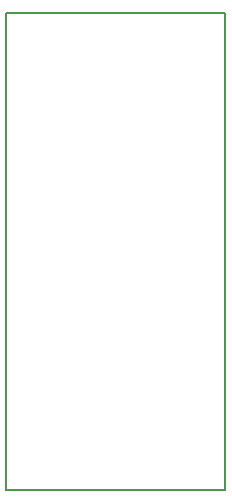
<source format=gko>
G04 #@! TF.FileFunction,Profile,NP*
%FSLAX46Y46*%
G04 Gerber Fmt 4.6, Leading zero omitted, Abs format (unit mm)*
G04 Created by KiCad (PCBNEW 4.0.4-stable) date 10/12/16 22:12:16*
%MOMM*%
%LPD*%
G01*
G04 APERTURE LIST*
%ADD10C,0.100000*%
%ADD11C,0.150000*%
G04 APERTURE END LIST*
D10*
D11*
X32004000Y-63246000D02*
X32004000Y-22860000D01*
X50546000Y-63246000D02*
X32004000Y-63246000D01*
X50546000Y-22860000D02*
X50546000Y-63246000D01*
X32004000Y-22860000D02*
X50546000Y-22860000D01*
M02*

</source>
